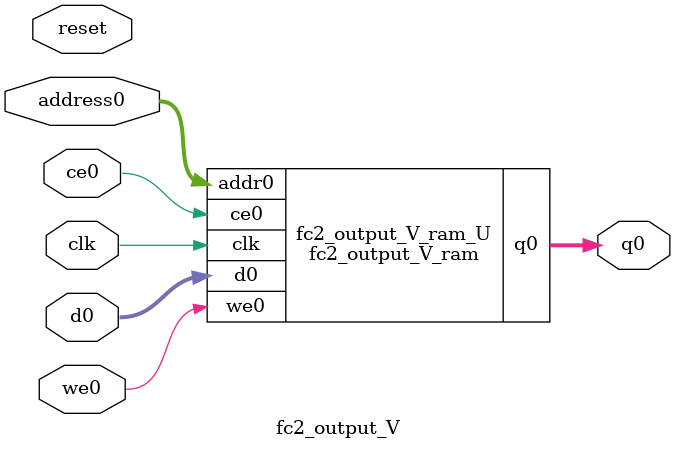
<source format=v>
`timescale 1 ns / 1 ps
module fc2_output_V_ram (addr0, ce0, d0, we0, q0,  clk);

parameter DWIDTH = 16;
parameter AWIDTH = 7;
parameter MEM_SIZE = 84;

input[AWIDTH-1:0] addr0;
input ce0;
input[DWIDTH-1:0] d0;
input we0;
output reg[DWIDTH-1:0] q0;
input clk;

(* ram_style = "block" *)reg [DWIDTH-1:0] ram[0:MEM_SIZE-1];




always @(posedge clk)  
begin 
    if (ce0) 
    begin
        if (we0) 
        begin 
            ram[addr0] <= d0; 
        end 
        q0 <= ram[addr0];
    end
end


endmodule

`timescale 1 ns / 1 ps
module fc2_output_V(
    reset,
    clk,
    address0,
    ce0,
    we0,
    d0,
    q0);

parameter DataWidth = 32'd16;
parameter AddressRange = 32'd84;
parameter AddressWidth = 32'd7;
input reset;
input clk;
input[AddressWidth - 1:0] address0;
input ce0;
input we0;
input[DataWidth - 1:0] d0;
output[DataWidth - 1:0] q0;



fc2_output_V_ram fc2_output_V_ram_U(
    .clk( clk ),
    .addr0( address0 ),
    .ce0( ce0 ),
    .we0( we0 ),
    .d0( d0 ),
    .q0( q0 ));

endmodule


</source>
